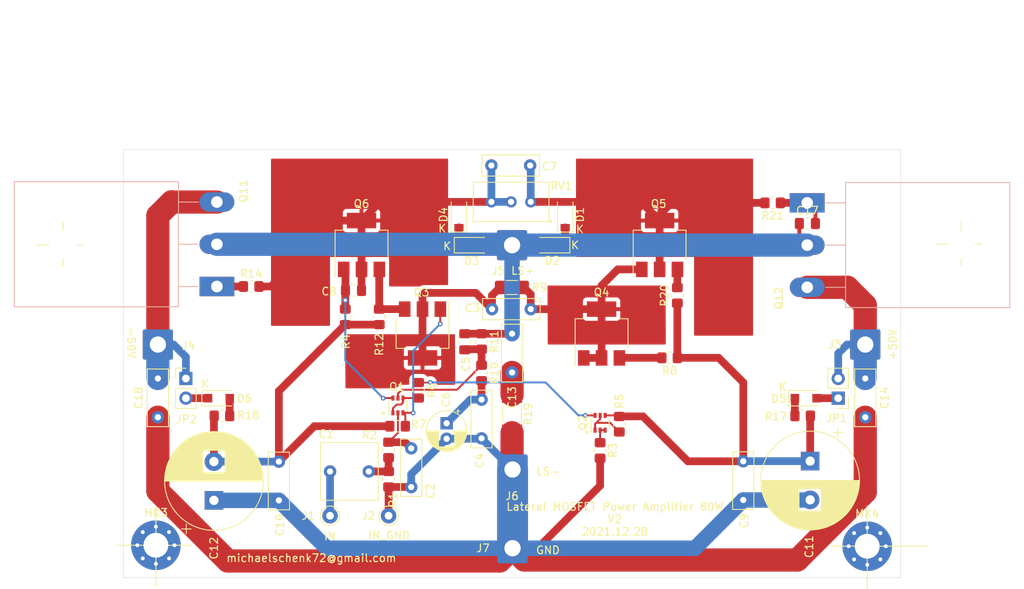
<source format=kicad_pcb>
(kicad_pcb (version 20211014) (generator pcbnew)
  (layers (0 "F.Cu" signal) (31 "B.Cu" signal) (34 "B.Paste" user) (35 "F.Paste" user) (36 "B.SilkS" user "B.Silkscreen") (37 "F.SilkS" user "F.Silkscreen") (38 "B.Mask" user) (39 "F.Mask" user) (44 "Edge.Cuts" user))
  (net 0 "")
  (net 1 "Net-(C1-Pad2)")
  (net 2 "Net-(C1-Pad1)")
  (net 3 "GND")
  (net 4 "Net-(C2-Pad1)")
  (net 5 "Net-(Q4-Pad1)")
  (net 6 "Net-(Q3-Pad2)")
  (net 7 "Net-(C4-Pad1)")
  (net 8 "Net-(C5-Pad2)")
  (net 9 "Net-(C13-Pad1)")
  (net 10 "Net-(C7-Pad2)")
  (net 11 "Net-(C7-Pad1)")
  (net 12 "Net-(C8-Pad1)")
  (net 13 "Net-(C11-Pad1)")
  (net 14 "Net-(C10-Pad2)")
  (net 15 "Net-(C13-Pad2)")
  (net 16 "Net-(C17-Pad2)")
  (net 17 "Net-(D1-Pad1)")
  (net 18 "Net-(D3-Pad1)")
  (net 19 "Net-(D5-Pad2)")
  (net 20 "Net-(D5-Pad1)")
  (net 21 "Net-(D6-Pad2)")
  (net 22 "Net-(D6-Pad1)")
  (net 23 "Net-(Q1-Pad3)")
  (net 24 "Net-(Q11-Pad1)")
  (net 25 "Net-(C14-Pad1)")
  (net 26 "Net-(C18-Pad2)")
  (net 27 "Net-(Q1-Pad1)")
  (net 28 "Net-(Q2-Pad6)")
  (net 29 "Net-(Q3-Pad3)")
  (net 30 "Net-(Q4-Pad3)")
  (net 31 "Net-(Q5-Pad3)")
  (net 32 "Net-(Q2-Pad2)")
  (net 33 "Net-(Q2-Pad1)")
  (footprint "Resistor_SMD:R_0805_2012Metric_Pad1.20x1.40mm_HandSolder" (layer "F.Cu") (at 180.721 63.373 90)
    (fp_text reference "R20")
    (fp_text value "100R")
  )
  (footprint "Capacitor_THT:C_Rect_L7.2mm_W7.2mm_P5.00mm_FKS2_FKP2_MKS2_MKP2" (layer "F.Cu") (at 140.89 86.106 180)
    (fp_text reference "C1")
    (fp_text value "2.2uF")
  )
  (footprint "Capacitor_THT:C_Rect_L7.2mm_W2.5mm_P5.00mm_FKS2_FKP2_MKS2_MKP2" (layer "F.Cu") (at 146.3675 83.1215 -90)
    (fp_text reference "C2")
    (fp_text value "1n")
  )
  (footprint "Capacitor_THT:C_Rect_L7.2mm_W2.5mm_P5.00mm_FKS2_FKP2_MKS2_MKP2" (layer "F.Cu") (at 161.798 65.151 180)
    (fp_text reference "C3")
    (fp_text value "10n")
  )
  (footprint "Capacitor_THT:CP_Radial_D5.0mm_P2.00mm" (layer "F.Cu") (at 150.9395 79.883 -90)
    (fp_text reference "C4")
    (fp_text value "47u/16V")
  )
  (footprint "Capacitor_SMD:C_0805_2012Metric_Pad1.18x1.45mm_HandSolder" (layer "F.Cu") (at 153.289 69.3635 -90)
    (fp_text reference "C5")
    (fp_text value "10p")
  )
  (footprint "Capacitor_THT:C_Rect_L7.2mm_W2.5mm_P5.00mm_FKS2_FKP2_MKS2_MKP2" (layer "F.Cu") (at 155.448 76.835 -90)
    (fp_text reference "C6")
    (fp_text value "100n")
  )
  (footprint "Capacitor_SMD:C_0805_2012Metric_Pad1.18x1.45mm_HandSolder" (layer "F.Cu") (at 138.9165 62.738)
    (fp_text reference "C8")
    (fp_text value "18p")
  )
  (footprint "Capacitor_THT:C_Rect_L7.2mm_W2.5mm_P5.00mm_FKS2_FKP2_MKS2_MKP2" (layer "F.Cu") (at 189.23 84.789 -90)
    (fp_text reference "C9")
    (fp_text value "100n")
  )
  (footprint "Capacitor_THT:CP_Radial_D12.5mm_P5.00mm" (layer "F.Cu") (at 197.866 84.7725 -90)
    (fp_text reference "C11")
    (fp_text value "220u/100V")
  )
  (footprint "Capacitor_THT:C_Rect_L7.2mm_W2.5mm_P5.00mm_FKS2_FKP2_MKS2_MKP2" (layer "F.Cu") (at 159.385 68.326 -90)
    (fp_text reference "C13")
    (fp_text value "22n")
  )
  (footprint "Capacitor_SMD:C_0805_2012Metric_Pad1.18x1.45mm_HandSolder" (layer "F.Cu") (at 197.5065 54.102)
    (fp_text reference "C17")
    (fp_text value "470p")
  )
  (footprint "Diode_SMD:D_SOD-123" (layer "F.Cu") (at 166.243 52.958 90)
    (fp_text reference "D1")
    (fp_text value "1N914")
  )
  (footprint "Diode_SMD:D_SOD-123" (layer "F.Cu") (at 164.592 56.896 180)
    (fp_text reference "D2")
    (fp_text value "12V/0.5W")
  )
  (footprint "Diode_SMD:D_SOD-123" (layer "F.Cu") (at 154.178 56.896)
    (fp_text reference "D3")
    (fp_text value "1N914")
  )
  (footprint "Diode_SMD:D_SOD-123" (layer "F.Cu") (at 152.527 52.958 90)
    (fp_text reference "D4")
    (fp_text value "12V/0.5W")
  )
  (footprint "Diode_SMD:D_SOD-123F" (layer "F.Cu") (at 197.2915 76.6445)
    (fp_text reference "D5")
    (fp_text value "SM4002PL-TP")
  )
  (footprint "Connector_Pin:Pin_D1.0mm_L10.0mm" (layer "F.Cu") (at 135.89 91.821)
    (fp_text reference "J1")
    (fp_text value "Conn_01x01")
  )
  (footprint "Connector_Pin:Pin_D1.0mm_L10.0mm" (layer "F.Cu") (at 143.4465 91.821)
    (fp_text reference "J2")
    (fp_text value "Conn_01x01")
  )
  (footprint "Connector_Wire:SolderWire-1.5sqmm_1x01_D1.7mm_OD3.9mm" (layer "F.Cu") (at 204.978 69.723)
    (fp_text reference "J3")
    (fp_text value "+50V")
  )
  (footprint "Connector_Wire:SolderWire-1.5sqmm_1x01_D1.7mm_OD3.9mm" (layer "F.Cu") (at 159.385 56.896)
    (fp_text reference "J5")
    (fp_text value "LS+")
  )
  (footprint "Connector_Wire:SolderWire-1.5sqmm_1x01_D1.7mm_OD3.9mm" (layer "F.Cu") (at 159.4485 85.852)
    (fp_text reference "J6")
    (fp_text value "LS-")
  )
  (footprint "Connector_Wire:SolderWire-1.5sqmm_1x01_D1.7mm_OD3.9mm" (layer "F.Cu") (at 159.4485 96.012)
    (fp_text reference "J7")
    (fp_text value "GND")
  )
  (footprint "Connector_PinHeader_2.54mm:PinHeader_1x02_P2.54mm_Vertical" (layer "F.Cu") (at 201.4855 76.6445 180)
    (fp_text reference "JP1")
    (fp_text value "Jump")
  )
  (footprint "MountingHole:MountingHole_3.2mm_M3_Pad_Via" (layer "F.Cu") (at 113.411 95.631)
    (fp_text reference "MK3")
    (fp_text value "Mounting_Hole_PAD")
  )
  (footprint "MountingHole:MountingHole_3.2mm_M3_Pad_Via" (layer "F.Cu") (at 205.232 95.758)
    (fp_text reference "MK4")
    (fp_text value "Mounting_Hole_PAD")
  )
  (footprint "Resistor_SMD:R_0805_2012Metric_Pad1.20x1.40mm_HandSolder" (layer "F.Cu") (at 143.4465 87.106 -90)
    (fp_text reference "R1")
    (fp_text value "33k")
  )
  (footprint "Resistor_SMD:R_0805_2012Metric_Pad1.20x1.40mm_HandSolder" (layer "F.Cu") (at 143.4465 83.328 -90)
    (fp_text reference "R2")
    (fp_text value "1k")
  )
  (footprint "Resistor_SMD:R_0805_2012Metric_Pad1.20x1.40mm_HandSolder" (layer "F.Cu") (at 170.7515 83.3915 -90)
    (fp_text reference "R3")
    (fp_text value "22k")
  )
  (footprint "Resistor_SMD:R_0805_2012Metric_Pad1.20x1.40mm_HandSolder" (layer "F.Cu") (at 173.228 80.01 -90)
    (fp_text reference "R5")
    (fp_text value "430R")
  )
  (footprint "Resistor_SMD:R_0805_2012Metric_Pad1.20x1.40mm_HandSolder" (layer "F.Cu") (at 147.32 75.6285 -90)
    (fp_text reference "R6")
    (fp_text value "22k")
  )
  (footprint "Resistor_SMD:R_1206_3216Metric_Pad1.30x1.75mm_HandSolder" (layer "F.Cu") (at 159.359 62.357 180)
    (fp_text reference "R9")
    (fp_text value "12k/1W")
  )
  (footprint "Resistor_SMD:R_0805_2012Metric_Pad1.20x1.40mm_HandSolder" (layer "F.Cu") (at 155.448 73.39 -90)
    (fp_text reference "R10")
    (fp_text value "1k")
  )
  (footprint "Resistor_SMD:R_0805_2012Metric_Pad1.20x1.40mm_HandSolder" (layer "F.Cu") (at 155.448 69.326 -90)
    (fp_text reference "R11")
    (fp_text value "33k")
  )
  (footprint "Resistor_SMD:R_0805_2012Metric_Pad1.20x1.40mm_HandSolder" (layer "F.Cu") (at 142.24 66.151 -90)
    (fp_text reference "R12")
    (fp_text value "100R")
  )
  (footprint "Resistor_SMD:R_0805_2012Metric_Pad1.20x1.40mm_HandSolder" (layer "F.Cu") (at 125.714 62.23)
    (fp_text reference "R14")
    (fp_text value "220R")
  )
  (footprint "Resistor_SMD:R_0805_2012Metric_Pad1.20x1.40mm_HandSolder" (layer "F.Cu") (at 196.8975 78.9305 180)
    (fp_text reference "R17")
    (fp_text value "100R")
  )
  (footprint "Resistor_SMD:R_MELF_MMB-0207" (layer "F.Cu") (at 159.385 78.65 -90)
    (fp_text reference "R19")
    (fp_text value "6.8R/1W")
  )
  (footprint "Resistor_SMD:R_0805_2012Metric_Pad1.20x1.40mm_HandSolder" (layer "F.Cu") (at 193.024 51.435 180)
    (fp_text reference "R21")
    (fp_text value "220R")
  )
  (footprint "Capacitor_THT:C_Rect_L7.2mm_W2.5mm_P5.00mm_FKS2_FKP2_MKS2_MKP2" (layer "F.Cu") (at 204.978 74.1045 -90)
    (fp_text reference "C14")
    (fp_text value "100n")
  )
  (footprint "Resistor_SMD:R_0805_2012Metric_Pad1.20x1.40mm_HandSolder" (layer "F.Cu") (at 121.936 78.9305 180)
    (fp_text reference "R18")
    (fp_text value "100R")
  )
  (footprint "Capacitor_THT:C_Rect_L7.2mm_W2.5mm_P5.00mm_FKS2_FKP2_MKS2_MKP2" (layer "F.Cu") (at 129.286 89.836 90)
    (fp_text reference "C10")
    (fp_text value "100n")
  )
  (footprint "Capacitor_THT:CP_Radial_D12.5mm_P5.00mm" (layer "F.Cu") (at 120.904 89.836 90)
    (fp_text reference "C12")
    (fp_text value "220u/100V")
  )
  (footprint "Resistor_SMD:R_0805_2012Metric_Pad1.20x1.40mm_HandSolder" (layer "F.Cu") (at 144.6055 80.264 180)
    (fp_text reference "R7")
    (fp_text value "3k9")
  )
  (footprint "Resistor_SMD:R_0805_2012Metric_Pad1.20x1.40mm_HandSolder" (layer "F.Cu") (at 137.8585 66.151 -90)
    (fp_text reference "R4")
    (fp_text value "3k9")
  )
  (footprint "Package_TO_SOT_SMD:SOT-223-3_TabPin2" (layer "F.Cu") (at 147.828 68.301 -90)
    (fp_text reference "Q3")
    (fp_text value "DZT5551")
  )
  (footprint "Package_TO_SOT_SMD:SOT-223-3_TabPin2" (layer "F.Cu") (at 170.942 68.301 90)
    (fp_text reference "Q4")
    (fp_text value "DZT5401")
  )
  (footprint "Package_TO_SOT_SMD:SOT-223-3_TabPin2" (layer "F.Cu") (at 178.435 56.871 90)
    (fp_text reference "Q5")
    (fp_text value "DZT5401")
  )
  (footprint "Package_TO_SOT_SMD:SOT-223-3_TabPin2" (layer "F.Cu") (at 139.954 56.871 90)
    (fp_text reference "Q6")
    (fp_text value "DZT5551")
  )
  (footprint "Package_TO_SOT_SMD:SOT-363_SC-70-6" (layer "F.Cu") (at 144.6555 77.582 90)
    (fp_text reference "Q1")
    (fp_text value "BC856BS")
  )
  (footprint "Package_TO_SOT_SMD:SOT-363_SC-70-6" (layer "F.Cu") (at 170.7515 79.8195 90)
    (fp_text reference "Q2")
    (fp_text value "BC856BS")
  )
  (footprint "Connector_Wire:SolderWire-1.5sqmm_1x01_D1.7mm_OD3.9mm" (layer "F.Cu") (at 113.665 69.723)
    (fp_text reference "J4")
    (fp_text value "-50V")
  )
  (footprint "Connector_PinHeader_2.54mm:PinHeader_1x02_P2.54mm_Vertical" (layer "F.Cu") (at 117.2845 74.1045)
    (fp_text reference "JP2")
    (fp_text value "Jump")
  )
  (footprint "Capacitor_THT:C_Rect_L7.2mm_W2.5mm_P5.00mm_FKS2_FKP2_MKS2_MKP2" (layer "F.Cu") (at 113.665 79.1045 90)
    (fp_text reference "C18")
    (fp_text value "100n")
  )
  (footprint "Diode_SMD:D_SOD-123F" (layer "F.Cu") (at 121.542 76.6445)
    (fp_text reference "D6")
    (fp_text value "SM4002PL-TP")
  )
  (footprint "Capacitor_THT:C_Rect_L7.2mm_W2.5mm_P5.00mm_FKS2_FKP2_MKS2_MKP2" (layer "F.Cu") (at 156.718 46.609)
    (fp_text reference "C7")
    (fp_text value "100n")
  )
  (footprint "Potentiometer_THT:Potentiometer_Bourns_3296W_Vertical" (layer "F.Cu") (at 161.798 51.308)
    (fp_text reference "RV1")
    (fp_text value "200R")
  )
  (footprint "Resistor_SMD:R_0805_2012Metric_Pad1.20x1.40mm_HandSolder" (layer "F.Cu") (at 179.721 71.4375 180)
    (fp_text reference "R8")
    (fp_text value "100R")
  )
  (footprint "Package_TO_SOT_THT:TO-247-3_Horizontal_TabUp" (layer "B.Cu") (at 121.285 62.23 90)
    (fp_text reference "Q11")
    (fp_text value "ECX10P20")
  )
  (footprint "Package_TO_SOT_THT:TO-247-3_Horizontal_TabUp" (layer "B.Cu") (at 197.485 51.435 -90)
    (fp_text reference "Q12")
    (fp_text value "ECX10N20")
  )
  (gr_line (start 98.1075 56.896) (end 104.0765 56.896) (layer "F.SilkS") (width 0.12))
  (gr_line (start 101.4095 53.9115) (end 101.4095 59.6265) (layer "F.SilkS") (width 0.12))
  (gr_line (start 213.106 95.758) (end 200.533 95.758) (layer "F.SilkS") (width 0.12))
  (gr_line (start 117.983 95.631) (end 108.331 95.631) (layer "F.SilkS") (width 0.12))
  (gr_line (start 205.232 101.219) (end 205.232 90.551) (layer "F.SilkS") (width 0.12))
  (gr_line (start 217.3605 53.7845) (end 217.3605 59.4995) (layer "F.SilkS") (width 0.12))
  (gr_line (start 214.0585 56.769) (end 220.0275 56.769) (layer "F.SilkS") (width 0.12))
  (gr_line (start 113.411 90.551) (end 113.411 100.838) (layer "F.SilkS") (width 0.12))
  (gr_line (start 113.411 100.838) (end 113.538 100.711) (layer "F.SilkS") (width 0.12))
  (gr_line (start 109.22 99.822) (end 209.55 99.822) (layer "Edge.Cuts") (width 0.05))
  (gr_line (start 109.22 44.577) (end 109.22 99.822) (layer "Edge.Cuts") (width 0.05))
  (gr_line (start 209.55 44.577) (end 209.55 99.822) (layer "Edge.Cuts") (width 0.05))
  (gr_line (start 109.22 44.577) (end 209.55 44.577) (layer "Edge.Cuts") (width 0.05))
  (gr_text "GND" (at 164.0205 96.266) (layer "F.SilkS") (effects (font (size 1 1))))
  (gr_text "-50V" (at 110.236 69.469 -90) (layer "F.SilkS") (effects (font (size 1 1))))
  (gr_text "°" (at 164.338 54.229) (layer "F.SilkS") (effects (font (size 1 1))))
  (gr_text "°" (at 169.037 81.407) (layer "F.SilkS") (effects (font (size 1 1))))
  (gr_text "°" (at 142.748 78.994) (layer "F.SilkS") (effects (font (size 1 1))))
  (gr_text "IN" (at 135.89 94.488) (layer "F.SilkS") (effects (font (size 1 1))))
  (gr_text "LS+" (at 160.782 60.198) (layer "F.SilkS") (effects (font (size 1 1))))
  (gr_text "K" (at 119.761 74.803) (layer "F.SilkS") (effects (font (size 1 1))))
  (gr_text "+50V" (at 208.534 69.723 90) (layer "F.SilkS") (effects (font (size 1 1))))
  (gr_text "IN_GND" (at 143.51 94.361) (layer "F.SilkS") (effects (font (size 1 1))))
  (gr_text "K" (at 167.513 56.896) (layer "F.SilkS") (effects (font (size 1 1))))
  (gr_text "michaelschenk72@gmail.com" (at 133.477 97.282) (layer "F.SilkS") (effects (font (size 1 1))))
  (gr_text "K" (at 194.31 75.184) (layer "F.SilkS") (effects (font (size 1 1))))
  (gr_text "K" (at 151.003 57.023) (layer "F.SilkS") (effects (font (size 1 1))))
  (gr_text "Lateral MOSFET Power Amplifier 80W\nV2\n2021.12.28" (at 172.6565 92.2655) (layer "F.SilkS") (effects (font (size 1 1))))
  (gr_text "K" (at 168.148 54.864) (layer "F.SilkS") (effects (font (size 1 1))))
  (gr_text "K" (at 150.368 54.737) (layer "F.SilkS") (effects (font (size 1 1))))
  (gr_text "LS-" (at 164.0205 86.106) (layer "F.SilkS") (effects (font (size 1 1))))
  (segment (start 135.89 91.821) (end 135.89 86.106) (width 1) (layer "B.Cu") (net 1))
  (segment (start 140.89 86.106) (end 143.4465 86.106) (width 1) (layer "F.Cu") (net 2))
  (segment (start 143.4465 86.106) (end 143.4465 84.328) (width 1) (layer "F.Cu") (net 2))
  (segment (start 146.352 88.106) (end 146.3675 88.1215) (width 1) (layer "F.Cu") (net 3))
  (segment (start 196.201998 97.536) (end 160.9725 97.536) (width 3) (layer "F.Cu") (net 3))
  (segment (start 143.4465 88.106) (end 146.352 88.106) (width 1) (layer "F.Cu") (net 3))
  (segment (start 162.687 96.012) (end 170.7515 87.9475) (width 1) (layer "F.Cu") (net 3))
  (segment (start 122.695002 97.663) (end 157.7975 97.663) (width 3) (layer "F.Cu") (net 3))
  (segment (start 113.665 79.1045) (end 113.665 88.632998) (width 3) (layer "F.Cu") (net 3))
  (segment (start 159.4485 96.012) (end 162.687 96.012) (width 1) (layer "F.Cu") (net 3))
  (segment (start 159.4485 96.012) (end 159.4485 95.6945) (width 0.5) (layer "F.Cu") (net 3))
  (segment (start 160.9725 97.536) (end 159.4485 96.012) (width 3) (layer "F.Cu") (net 3))
  (segment (start 170.7515 87.9475) (end 170.7515 84.3915) (width 1) (layer "F.Cu") (net 3))
  (segment (start 159.385 81.1) (end 159.385 85.7885) (width 3) (layer "F.Cu") (net 3))
  (segment (start 204.978 88.759998) (end 196.201998 97.536) (width 3) (layer "F.Cu") (net 3))
  (segment (start 113.665 88.632998) (end 122.695002 97.663) (width 3) (layer "F.Cu") (net 3))
  (segment (start 143.4465 91.821) (end 143.4465 88.106) (width 1) (layer "F.Cu") (net 3))
  (segment (start 204.978 79.1045) (end 204.978 88.759998) (width 3) (layer "F.Cu") (net 3))
  (segment (start 157.7975 97.663) (end 159.4485 96.012) (width 3) (layer "F.Cu") (net 3))
  (segment (start 159.385 85.7885) (end 159.4485 85.852) (width 3) (layer "F.Cu") (net 3))
  (segment (start 159.4485 96.012) (end 183.007 96.012) (width 2) (layer "B.Cu") (net 3))
  (segment (start 183.007 96.012) (end 189.23 89.789) (width 2) (layer "B.Cu") (net 3))
  (segment (start 159.4485 96.012) (end 159.4485 85.852) (width 4) (layer "B.Cu") (net 3))
  (segment (start 146.3675 86.455) (end 150.9395 81.883) (width 1) (layer "B.Cu") (net 3))
  (segment (start 155.448 81.835) (end 155.448 81.8515) (width 1) (layer "B.Cu") (net 3))
  (segment (start 146.3675 88.1215) (end 146.3675 86.455) (width 1) (layer "B.Cu") (net 3))
  (segment (start 135.462 96.012) (end 129.286 89.836) (width 2) (layer "B.Cu") (net 3))
  (segment (start 159.4485 96.012) (end 135.462 96.012) (width 2) (layer "B.Cu") (net 3))
  (segment (start 150.9395 81.883) (end 155.4 81.883) (width 1) (layer "B.Cu") (net 3))
  (segment (start 197.8495 89.789) (end 197.866 89.7725) (width 2) (layer "B.Cu") (net 3))
  (segment (start 155.448 81.8515) (end 159.4485 85.852) (width 1) (layer "B.Cu") (net 3))
  (segment (start 189.23 89.789) (end 197.8495 89.789) (width 2) (layer "B.Cu") (net 3))
  (segment (start 129.286 89.836) (end 120.904 89.836) (width 2) (layer "B.Cu") (net 3))
  (segment (start 155.4 81.883) (end 155.448 81.835) (width 1) (layer "B.Cu") (net 3))
  (segment (start 144.6555 81.119) (end 143.4465 82.328) (width 0.25) (layer "F.Cu") (net 4))
  (segment (start 145.574 82.328) (end 146.3675 83.1215) (width 1) (layer "F.Cu") (net 4))
  (segment (start 144.6555 78.532) (end 144.6555 81.119) (width 0.25) (layer "F.Cu") (net 4))
  (segment (start 143.4465 82.328) (end 145.574 82.328) (width 1) (layer "F.Cu") (net 4))
  (segment (start 170.942 71.451) (end 168.642 71.451) (width 1) (layer "F.Cu") (net 5))
  (segment (start 170.942 62.103) (end 170.942 65.151) (width 1) (layer "F.Cu") (net 5))
  (segment (start 176.135 60.021) (end 173.024 60.021) (width 1) (layer "F.Cu") (net 5))
  (segment (start 161.798 65.151) (end 161.798 63.246) (width 1) (layer "F.Cu") (net 5))
  (segment (start 161.798 63.246) (end 160.909 62.357) (width 1) (layer "F.Cu") (net 5))
  (segment (start 170.942 65.151) (end 171.005 65.151) (width 0.5) (layer "F.Cu") (net 5))
  (segment (start 170.942 71.451) (end 170.942 65.151) (width 1) (layer "F.Cu") (net 5))
  (segment (start 170.942 65.151) (end 161.798 65.151) (width 1) (layer "F.Cu") (net 5))
  (segment (start 173.024 60.021) (end 170.942 62.103) (width 1) (layer "F.Cu") (net 5))
  (segment (start 156.798 65.151) (end 156.798 63.368) (width 1) (layer "F.Cu") (net 6))
  (segment (start 148.082 63.0555) (end 147.828 63.3095) (width 1) (layer "F.Cu") (net 6))
  (segment (start 147.828 63.3095) (end 147.828 65.151) (width 1) (layer "F.Cu") (net 6))
  (segment (start 154.7025 63.0555) (end 148.082 63.0555) (width 1) (layer "F.Cu") (net 6))
  (segment (start 147.828 65.151) (end 147.828 71.451) (width 1) (layer "F.Cu") (net 6))
  (segment (start 156.798 63.368) (end 157.809 62.357) (width 1) (layer "F.Cu") (net 6))
  (segment (start 156.798 65.151) (end 154.7025 63.0555) (width 1) (layer "F.Cu") (net 6))
  (segment (start 155.448 76.835) (end 155.448 74.39) (width 1) (layer "F.Cu") (net 7))
  (segment (start 153.9875 76.835) (end 150.9395 79.883) (width 1) (layer "B.Cu") (net 7))
  (segment (start 155.448 76.835) (end 153.9875 76.835) (width 1) (layer "B.Cu") (net 7))
  (segment (start 155.448 72.39) (end 155.448 70.326) (width 1) (layer "F.Cu") (net 8))
  (segment (start 155.448 70.326) (end 153.364 70.326) (width 1) (layer "F.Cu") (net 8))
  (segment (start 144.6555 76.632) (end 144.6555 76.057) (width 0.25) (layer "F.Cu") (net 8))
  (segment (start 152.28449 75.55351) (end 155.448 72.39) (width 0.25) (layer "F.Cu") (net 8))
  (segment (start 153.364 70.326) (end 153.289 70.401) (width 1) (layer "F.Cu") (net 8))
  (segment (start 145.15899 75.55351) (end 152.28449 75.55351) (width 0.25) (layer "F.Cu") (net 8))
  (segment (start 144.6555 76.057) (end 145.15899 75.55351) (width 0.25) (layer "F.Cu") (net 8))
  (segment (start 162.942 56.896) (end 159.385 56.896) (width 1) (layer "F.Cu") (net 9))
  (segment (start 155.828 56.896) (end 159.385 56.896) (width 1) (layer "F.Cu") (net 9))
  (segment (start 196.469 54.102) (end 196.469 55.869) (width 0.5) (layer "F.Cu") (net 9))
  (segment (start 155.448 68.326) (end 153.289 68.326) (width 1) (layer "F.Cu") (net 9))
  (segment (start 159.385 68.326) (end 155.448 68.326) (width 1) (layer "F.Cu") (net 9))
  (segment (start 196.469 55.869) (end 197.485 56.885) (width 0.5) (layer "F.Cu") (net 9))
  (segment (start 159.396 56.885) (end 197.485 56.885) (width 3) (layer "B.Cu") (net 9))
  (segment (start 159.385 56.896) (end 159.396 56.885) (width 3) (layer "B.Cu") (net 9))
  (segment (start 159.385 56.896) (end 159.385 68.326) (width 2) (layer "B.Cu") (net 9))
  (segment (start 159.385 56.896) (end 159.269 56.78) (width 3) (layer "B.Cu") (net 9))
  (segment (start 159.269 56.78) (end 121.285 56.78) (width 3) (layer "B.Cu") (net 9))
  (segment (start 178.435 60.021) (end 178.435 53.721) (width 1) (layer "F.Cu") (net 10))
  (segment (start 178.435 52.959) (end 178.435 53.721) (width 1) (layer "F.Cu") (net 10))
  (segment (start 179.959 51.435) (end 178.435 52.959) (width 1) (layer "F.Cu") (net 10))
  (segment (start 166.243 51.308) (end 176.022 51.308) (width 1) (layer "F.Cu") (net 10))
  (segment (start 192.024 51.435) (end 179.959 51.435) (width 1) (layer "F.Cu") (net 10))
  (segment (start 166.243 51.308) (end 161.798 51.308) (width 1) (layer "F.Cu") (net 10))
  (segment (start 176.022 51.308) (end 178.435 53.721) (width 1) (layer "F.Cu") (net 10))
  (segment (start 161.798 51.308) (end 161.798 46.689) (width 1) (layer "B.Cu") (net 10))
  (segment (start 128.27 62.23) (end 126.714 62.23) (width 1) (layer "F.Cu") (net 11))
  (segment (start 139.954 60.021) (end 139.954 53.721) (width 1) (layer "F.Cu") (net 11))
  (segment (start 139.954 62.738) (end 139.954 60.021) (width 1) (layer "F.Cu") (net 11))
  (segment (start 156.718 51.308) (end 152.527 51.308) (width 1) (layer "F.Cu") (net 11))
  (segment (start 136.779 53.721) (end 128.27 62.23) (width 1) (layer "F.Cu") (net 11))
  (segment (start 152.527 51.308) (end 142.367 51.308) (width 1) (layer "F.Cu") (net 11))
  (segment (start 142.367 51.308) (end 139.954 53.721) (width 1) (layer "F.Cu") (net 11))
  (segment (start 139.954 53.721) (end 136.779 53.721) (width 1) (layer "F.Cu") (net 11))
  (segment (start 159.258 51.308) (end 156.718 51.308) (width 1) (layer "B.Cu") (net 11))
  (segment (start 156.718 51.308) (end 156.718 46.609) (width 1) (layer "B.Cu") (net 11))
  (segment (start 137.8585 64.008) (end 137.8585 62.7585) (width 1) (layer "F.Cu") (net 12))
  (segment (start 137.879 60.246) (end 137.654 60.021) (width 1) (layer "F.Cu") (net 12))
  (segment (start 144.0055 76.632) (end 142.7605 76.632) (width 0.25) (layer "F.Cu") (net 12))
  (segment (start 137.8585 65.151) (end 137.8585 64.008) (width 1) (layer "F.Cu") (net 12))
  (segment (start 137.879 62.738) (end 137.879 60.246) (width 1) (layer "F.Cu") (net 12))
  (segment (start 142.7605 76.632) (end 142.748 76.6445) (width 0.25) (layer "F.Cu") (net 12))
  (segment (start 137.8585 62.7585) (end 137.879 62.738) (width 1) (layer "F.Cu") (net 12))
  (segment (start 137.654 62.513) (end 137.879 62.738) (width 0.5) (layer "F.Cu") (net 12))
  (via (at 137.8585 64.008) (size 0.8) (drill 0.4) (layers "F.Cu" "B.Cu") (net 12))
  (via (at 142.748 76.6445) (size 0.6) (drill 0.3) (layers "F.Cu" "B.Cu") (net 12))
  (segment (start 142.748 76.6445) (end 137.8585 71.755) (width 0.25) (layer "B.Cu") (net 12))
  (segment (start 137.8585 71.755) (end 137.8585 64.008) (width 0.25) (layer "B.Cu") (net 12))
  (segment (start 171.4015 78.8695) (end 173.0875 78.8695) (width 0.25) (layer "F.Cu") (net 13))
  (segment (start 189.23 74.6125) (end 186.055 71.4375) (width 1) (layer "F.Cu") (net 13))
  (segment (start 186.055 71.4375) (end 180.721 71.4375) (width 1) (layer "F.Cu") (net 13))
  (segment (start 197.866 78.962) (end 197.8975 78.9305) (width 1) (layer "F.Cu") (net 13))
  (segment (start 182.071 84.789) (end 176.276 78.994) (width 1) (layer "F.Cu") (net 13))
  (segment (start 197.866 84.7725) (end 197.866 78.962) (width 1) (layer "F.Cu") (net 13))
  (segment (start 173.244 78.994) (end 173.228 79.01) (width 1) (layer "F.Cu") (net 13))
  (segment (start 189.23 84.789) (end 189.23 74.6125) (width 1) (layer "F.Cu") (net 13))
  (segment (start 173.0875 78.8695) (end 173.228 79.01) (width 0.25) (layer "F.Cu") (net 13))
  (segment (start 189.23 84.789) (end 182.071 84.789) (width 1) (layer "F.Cu") (net 13))
  (segment (start 176.276 78.994) (end 173.244 78.994) (width 1) (layer "F.Cu") (net 13))
  (segment (start 180.721 71.4375) (end 180.721 64.373) (width 1) (layer "F.Cu") (net 13))
  (segment (start 189.2465 84.7725) (end 189.23 84.789) (width 1) (layer "B.Cu") (net 13))
  (segment (start 197.866 84.7725) (end 189.2465 84.7725) (width 1) (layer "B.Cu") (net 13))
  (segment (start 129.286 84.836) (end 129.286 75.7235) (width 1) (layer "F.Cu") (net 14))
  (segment (start 133.858 80.264) (end 129.286 84.836) (width 1) (layer "F.Cu") (net 14))
  (segment (start 120.904 78.9625) (end 120.936 78.9305) (width 1) (layer "F.Cu") (net 14))
  (segment (start 137.8585 67.151) (end 142.24 67.151) (width 1) (layer "F.Cu") (net 14))
  (segment (start 129.286 75.7235) (end 137.8585 67.151) (width 1) (layer "F.Cu") (net 14))
  (segment (start 143.6055 80.264) (end 133.858 80.264) (width 1) (layer "F.Cu") (net 14))
  (segment (start 120.904 84.836) (end 120.904 78.9625) (width 1) (layer "F.Cu") (net 14))
  (segment (start 129.286 84.836) (end 120.904 84.836) (width 1) (layer "B.Cu") (net 14))
  (segment (start 159.385 73.326) (end 159.385 76.2) (width 3) (layer "F.Cu") (net 15))
  (segment (start 198.544 54.102) (end 198.544 52.494) (width 0.5) (layer "F.Cu") (net 16))
  (segment (start 198.544 52.494) (end 197.485 51.435) (width 0.5) (layer "F.Cu") (net 16))
  (segment (start 197.485 51.435) (end 194.024 51.435) (width 1) (layer "F.Cu") (net 16))
  (segment (start 166.242 54.609) (end 166.243 54.608) (width 0.5) (layer "F.Cu") (net 17))
  (segment (start 166.243 56.895) (end 166.242 56.896) (width 1) (layer "F.Cu") (net 17))
  (segment (start 166.243 54.608) (end 166.243 56.895) (width 1) (layer "F.Cu") (net 17))
  (segment (start 152.528 56.896) (end 152.528 54.609) (width 1) (layer "F.Cu") (net 18))
  (segment (start 152.528 54.609) (end 152.527 54.608) (width 1) (layer "F.Cu") (net 18))
  (segment (start 201.4855 76.6445) (end 198.6915 76.6445) (width 1) (layer "F.Cu") (net 19))
  (segment (start 195.8915 76.6445) (end 195.8915 78.9245) (width 1) (layer "F.Cu") (net 20))
  (segment (start 195.8915 78.9245) (end 195.8975 78.9305) (width 1) (layer "F.Cu") (net 20))
  (segment (start 122.936 78.9305) (end 122.936 76.6505) (width 1) (layer "F.Cu") (net 21))
  (segment (start 122.936 76.6505) (end 122.942 76.6445) (width 1) (layer "F.Cu") (net 21))
  (segment (start 120.142 76.6445) (end 117.2845 76.6445) (width 1) (layer "F.Cu") (net 22))
  (segment (start 145.3055 78.532) (end 146.604 78.532) (width 0.25) (layer "F.Cu") (net 23))
  (segment (start 150.114 65.165) (end 150.128 65.151) (width 0.25) (layer "F.Cu") (net 23))
  (segment (start 145.6055 80.264) (end 145.6055 78.832) (width 0.25) (layer "F.Cu") (net 23))
  (segment (start 145.6055 78.832) (end 145.3055 78.532) (width 0.25) (layer "F.Cu") (net 23))
  (segment (start 146.604 78.532) (end 146.6215 78.5495) (width 0.25) (layer "F.Cu") (net 23))
  (segment (start 150.114 67.056) (end 150.114 65.165) (width 0.25) (layer "F.Cu") (net 23))
  (via (at 146.6215 78.5495) (size 0.6) (drill 0.3) (layers "F.Cu" "B.Cu") (net 23))
  (via (at 150.114 67.056) (size 0.6) (drill 0.3) (layers "F.Cu" "B.Cu") (net 23))
  (segment (start 146.6215 78.5495) (end 146.6215 70.5485) (width 0.25) (layer "B.Cu") (net 23))
  (segment (start 146.6215 70.5485) (end 150.114 67.056) (width 0.25) (layer "B.Cu") (net 23))
  (segment (start 121.285 62.23) (end 124.714 62.23) (width 1) (layer "F.Cu") (net 24))
  (segment (start 204.978 64.643) (end 202.67 62.335) (width 3) (layer "F.Cu") (net 25))
  (segment (start 204.978 69.723) (end 204.978 64.643) (width 3) (layer "F.Cu") (net 25))
  (segment (start 202.67 62.335) (end 197.485 62.335) (width 3) (layer "F.Cu") (net 25))
  (segment (start 201.4855 70.866) (end 201.4855 74.1045) (width 1) (layer "B.Cu") (net 25))
  (segment (start 204.978 74.1045) (end 204.978 69.723) (width 3) (layer "B.Cu") (net 25))
  (segment (start 202.6285 69.723) (end 201.4855 70.866) (width 1) (layer "B.Cu") (net 25))
  (segment (start 204.978 69.723) (end 202.6285 69.723) (width 1) (layer "B.Cu") (net 25))
  (segment (start 113.665 69.723) (end 113.665 53.086) (width 3) (layer "F.Cu") (net 26))
  (segment (start 113.665 53.086) (end 115.443 51.308) (width 3) (layer "F.Cu") (net 26))
  (segment (start 115.465 51.33) (end 121.285 51.33) (width 3) (layer "F.Cu") (net 26))
  (segment (start 115.443 51.308) (end 115.465 51.33) (width 3) (layer "F.Cu") (net 26))
  (segment (start 117.2845 71.3105) (end 117.2845 74.1045) (width 1) (layer "B.Cu") (net 26))
  (segment (start 115.697 69.723) (end 117.2845 71.3105) (width 1) (layer "B.Cu") (net 26))
  (segment (start 113.665 69.723) (end 115.697 69.723) (width 1) (layer "B.Cu") (net 26))
  (segment (start 113.665 74.1045) (end 113.665 69.723) (width 3) (layer "B.Cu") (net 26))
  (segment (start 145.3055 77.207) (end 145.0425 77.47) (width 0.25) (layer "F.Cu") (net 27))
  (segment (start 147.3165 76.632) (end 147.32 76.6285) (width 0.25) (layer "F.Cu") (net 27))
  (segment (start 145.3055 76.632) (end 145.3055 77.207) (width 0.25) (layer "F.Cu") (net 27))
  (segment (start 145.3055 76.632) (end 147.3165 76.632) (width 0.25) (layer "F.Cu") (net 27))
  (segment (start 144.0055 77.957) (end 144.0055 78.532) (width 0.25) (layer "F.Cu") (net 27))
  (segment (start 144.4925 77.47) (end 144.0055 77.957) (width 0.25) (layer "F.Cu") (net 27))
  (segment (start 145.0425 77.47) (end 144.4925 77.47) (width 0.25) (layer "F.Cu") (net 27))
  (segment (start 147.32 74.6285) (end 148.828 74.6285) (width 0.25) (layer "F.Cu") (net 28))
  (segment (start 170.1015 78.8695) (end 168.849 78.8695) (width 0.25) (layer "F.Cu") (net 28))
  (segment (start 148.828 74.6285) (end 148.844 74.6125) (width 0.25) (layer "F.Cu") (net 28))
  (segment (start 168.849 78.8695) (end 168.8465 78.867) (width 0.25) (layer "F.Cu") (net 28))
  (via (at 168.8465 78.867) (size 0.6) (drill 0.3) (layers "F.Cu" "B.Cu") (net 28))
  (via (at 148.844 74.6125) (size 0.6) (drill 0.3) (layers "F.Cu" "B.Cu") (net 28))
  (segment (start 167.9575 78.867) (end 168.8465 78.867) (width 0.25) (layer "B.Cu") (net 28))
  (segment (start 163.703 74.6125) (end 167.9575 78.867) (width 0.25) (layer "B.Cu") (net 28))
  (segment (start 148.844 74.6125) (end 163.703 74.6125) (width 0.25) (layer "B.Cu") (net 28))
  (segment (start 145.528 65.151) (end 142.24 65.151) (width 1) (layer "F.Cu") (net 29))
  (segment (start 142.24 60.035) (end 142.254 60.021) (width 1) (layer "F.Cu") (net 29))
  (segment (start 142.24 65.151) (end 142.24 60.035) (width 1) (layer "F.Cu") (net 29))
  (segment (start 173.2555 71.4375) (end 173.242 71.451) (width 1) (layer "F.Cu") (net 30))
  (segment (start 178.721 71.4375) (end 173.2555 71.4375) (width 1) (layer "F.Cu") (net 30))
  (segment (start 180.721 62.373) (end 180.721 60.035) (width 1) (layer "F.Cu") (net 31))
  (segment (start 180.721 60.035) (end 180.735 60.021) (width 1) (layer "F.Cu") (net 31))
  (segment (start 170.7515 82.3915) (end 170.7515 80.7695) (width 0.25) (layer "F.Cu") (net 32))
  (segment (start 170.7515 80.7695) (end 171.4015 80.7695) (width 0.25) (layer "F.Cu") (net 32))
  (segment (start 173.228 81.01) (end 172.046501 79.828501) (width 0.25) (layer "F.Cu") (net 33))
  (segment (start 170.7515 79.329502) (end 170.7515 78.8695) (width 0.25) (layer "F.Cu") (net 33))
  (segment (start 172.046501 79.828501) (end 170.252501 79.828501) (width 0.25) (layer "F.Cu") (net 33))
  (segment (start 170.1015 80.7695) (end 170.1015 79.979502) (width 0.25) (layer "F.Cu") (net 33))
  (segment (start 173.228 81.01) (end 173.228 81.026) (width 0.25) (layer "F.Cu") (net 33))
  (segment (start 170.1015 79.979502) (end 170.252501 79.828501) (width 0.25) (layer "F.Cu") (net 33))
  (segment (start 170.252501 79.828501) (end 170.7515 79.329502) (width 0.25) (layer "F.Cu") (net 33))
  (zone (net 5) (net_name "Net-(Q4-Pad1)") (layer "F.Cu") (connect_pads (clearance 0.508)) (min_thickness 0.254) (fill yes (thermal_gap 0.508) (thermal_bridge_width 0.508))
    (polygon (pts (xy 179.235961 69.723) (xy 163.995961 69.723) (xy 163.957 62.103) (xy 179.197 62.103)))
  )
  (zone (net 6) (net_name "Net-(Q3-Pad2)") (layer "F.Cu") (connect_pads (clearance 0.508)) (min_thickness 0.254) (fill yes (thermal_gap 0.508) (thermal_bridge_width 0.508))
    (polygon (pts (xy 152.057961 75.3745) (xy 137.877981 75.3745) (xy 137.83902 68.3895) (xy 152.019 68.3895)))
  )
  (zone (net 10) (net_name "Net-(C7-Pad2)") (layer "F.Cu") (connect_pads (clearance 0.508)) (min_thickness 0.254) (fill yes (thermal_gap 0.508) (thermal_bridge_width 0.508))
    (polygon (pts (xy 190.5 68.58) (xy 182.88 68.58) (xy 182.88 58.42) (xy 167.64 58.42) (xy 167.64 45.72) (xy 190.5 45.72)))
  )
  (zone (net 11) (net_name "Net-(C7-Pad1)") (layer "F.Cu") (connect_pads (clearance 0.508)) (min_thickness 0.254) (fill yes (thermal_gap 0.508) (thermal_bridge_width 0.508))
    (polygon (pts (xy 151.13 62.23) (xy 143.51 62.23) (xy 143.51 58.42) (xy 135.89 58.42) (xy 135.89 67.31) (xy 128.27 67.31) (xy 128.27 45.72) (xy 151.13 45.72)))
  )
)
</source>
